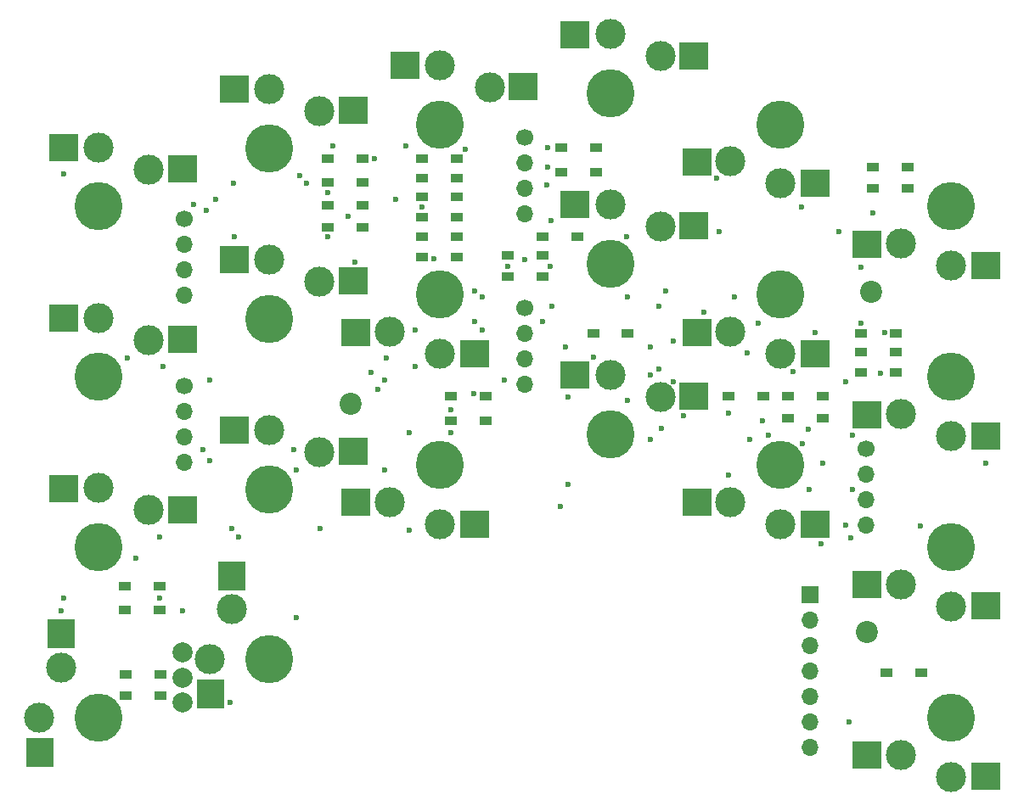
<source format=gbr>
G04 #@! TF.GenerationSoftware,KiCad,Pcbnew,9.0.0*
G04 #@! TF.CreationDate,2025-04-21T18:55:09+09:00*
G04 #@! TF.ProjectId,nofy_V2_R,6e6f6679-5f56-4325-9f52-2e6b69636164,rev?*
G04 #@! TF.SameCoordinates,Original*
G04 #@! TF.FileFunction,Soldermask,Bot*
G04 #@! TF.FilePolarity,Negative*
%FSLAX46Y46*%
G04 Gerber Fmt 4.6, Leading zero omitted, Abs format (unit mm)*
G04 Created by KiCad (PCBNEW 9.0.0) date 2025-04-21 18:55:09*
%MOMM*%
%LPD*%
G01*
G04 APERTURE LIST*
%ADD10R,1.200000X0.950000*%
%ADD11C,3.000000*%
%ADD12C,4.800000*%
%ADD13R,3.000000X2.800000*%
%ADD14R,2.850000X2.750000*%
%ADD15C,1.700000*%
%ADD16O,1.700000X1.700000*%
%ADD17C,2.200000*%
%ADD18R,1.700000X1.700000*%
%ADD19R,2.800000X3.000000*%
%ADD20R,2.750000X2.850000*%
%ADD21C,2.000000*%
%ADD22C,0.600000*%
G04 APERTURE END LIST*
D10*
X172400025Y-51650000D03*
X175850025Y-51650000D03*
X141850025Y-27900000D03*
X145300025Y-27900000D03*
X144753125Y-54050000D03*
X148203125Y-54050000D03*
D11*
X131600000Y-57200000D03*
D12*
X126600000Y-60900000D03*
D11*
X126600000Y-55000000D03*
D13*
X134950000Y-57150000D03*
D14*
X123125000Y-55025000D03*
D11*
X165600000Y-51700000D03*
D12*
X160600000Y-55400000D03*
D11*
X160600000Y-49500000D03*
D13*
X168950000Y-51650000D03*
D14*
X157125000Y-49525000D03*
D11*
X172600000Y-45200000D03*
D12*
X177600000Y-41500000D03*
D11*
X177600000Y-47400000D03*
D13*
X169250000Y-45250000D03*
D14*
X181075000Y-47375000D03*
D10*
X150400025Y-37550000D03*
X153850025Y-37550000D03*
D15*
X186100000Y-56900000D03*
D16*
X186100000Y-59440000D03*
X186100000Y-61980000D03*
X186100000Y-64520000D03*
D11*
X114600000Y-63000000D03*
D12*
X109600000Y-66700000D03*
D11*
X109600000Y-60800000D03*
D13*
X117950000Y-62950000D03*
D14*
X106125000Y-60825000D03*
D10*
X112200025Y-70550000D03*
X115650025Y-70550000D03*
D17*
X134700000Y-52400000D03*
D10*
X185650025Y-49250000D03*
X189100025Y-49250000D03*
D11*
X165600000Y-34700000D03*
D12*
X160600000Y-38400000D03*
D11*
X160600000Y-32500000D03*
D13*
X168950000Y-34650000D03*
D14*
X157125000Y-32525000D03*
D11*
X138600000Y-45200000D03*
D12*
X143600000Y-41500000D03*
D11*
X143600000Y-47400000D03*
D13*
X135250000Y-45250000D03*
D14*
X147075000Y-47375000D03*
D15*
X152100000Y-25800000D03*
D16*
X152100000Y-28340000D03*
X152100000Y-30880000D03*
X152100000Y-33420000D03*
D10*
X150400025Y-39700000D03*
X153850025Y-39700000D03*
D17*
X186200000Y-75200000D03*
D10*
X135899975Y-34750000D03*
X132449975Y-34750000D03*
D11*
X165600000Y-17700000D03*
D12*
X160600000Y-21400000D03*
D11*
X160600000Y-15500000D03*
D13*
X168950000Y-17650000D03*
D14*
X157125000Y-15525000D03*
D10*
X141850025Y-31750000D03*
X145300025Y-31750000D03*
X135899975Y-30250000D03*
X132449975Y-30250000D03*
X188200025Y-79250000D03*
X191650025Y-79250000D03*
X185649925Y-47250000D03*
X189099925Y-47250000D03*
X155750025Y-29250000D03*
X159200025Y-29250000D03*
D15*
X118100000Y-33905000D03*
D16*
X118100000Y-36445000D03*
X118100000Y-38985000D03*
X118100000Y-41525000D03*
D10*
X135900075Y-27900000D03*
X132450075Y-27900000D03*
X158926525Y-45400000D03*
X162376525Y-45400000D03*
D11*
X114600000Y-46000000D03*
D12*
X109600000Y-49700000D03*
D11*
X109600000Y-43800000D03*
D13*
X117950000Y-45950000D03*
D14*
X106125000Y-43825000D03*
D11*
X114600000Y-29000000D03*
D12*
X109600000Y-32700000D03*
D11*
X109600000Y-26800000D03*
D13*
X117950000Y-28950000D03*
D14*
X106125000Y-26825000D03*
D11*
X189600000Y-36400000D03*
D12*
X194600000Y-32700000D03*
D11*
X194600000Y-38600000D03*
D13*
X186250000Y-36450000D03*
D14*
X198075000Y-38575000D03*
D10*
X153850025Y-35700000D03*
X157300025Y-35700000D03*
X141850025Y-33750000D03*
X145300025Y-33750000D03*
D15*
X118100000Y-50600000D03*
D16*
X118100000Y-53140000D03*
X118100000Y-55680000D03*
X118100000Y-58220000D03*
D10*
X141850025Y-35700000D03*
X145300025Y-35700000D03*
X186800025Y-30850000D03*
X190250025Y-30850000D03*
D11*
X131600000Y-23175000D03*
D12*
X126600000Y-26875000D03*
D11*
X126600000Y-20975000D03*
D13*
X134950000Y-23125000D03*
D14*
X123125000Y-21000000D03*
D11*
X189600000Y-53400000D03*
D12*
X194600000Y-49700000D03*
D11*
X194600000Y-55600000D03*
D13*
X186250000Y-53450000D03*
D14*
X198075000Y-55575000D03*
D10*
X112300025Y-79400000D03*
X115750025Y-79400000D03*
D18*
X180500000Y-71440000D03*
D16*
X180500000Y-73980000D03*
X180500000Y-76520000D03*
X180500000Y-79060000D03*
X180500000Y-81600000D03*
X180500000Y-84140000D03*
X180500000Y-86680000D03*
D15*
X152100000Y-42860000D03*
D16*
X152100000Y-45400000D03*
X152100000Y-47940000D03*
X152100000Y-50480000D03*
D11*
X122900000Y-72900000D03*
D12*
X126600000Y-77900000D03*
D11*
X120700000Y-77900000D03*
D19*
X122850000Y-69550000D03*
D20*
X120725000Y-81375000D03*
D11*
X131600000Y-40200000D03*
D12*
X126600000Y-43900000D03*
D11*
X126600000Y-38000000D03*
D13*
X134950000Y-40150000D03*
D14*
X123125000Y-38025000D03*
D11*
X189600000Y-70400000D03*
D12*
X194600000Y-66700000D03*
D11*
X194600000Y-72600000D03*
D13*
X186250000Y-70450000D03*
D14*
X198075000Y-72575000D03*
D10*
X185650025Y-45400000D03*
X189100025Y-45400000D03*
D11*
X172600000Y-28200000D03*
D12*
X177600000Y-24500000D03*
D11*
X177600000Y-30400000D03*
D13*
X169250000Y-28250000D03*
D14*
X181075000Y-30375000D03*
D17*
X186600000Y-41200000D03*
D11*
X172600000Y-62200000D03*
D12*
X177600000Y-58500000D03*
D11*
X177600000Y-64400000D03*
D13*
X169250000Y-62250000D03*
D14*
X181075000Y-64375000D03*
D10*
X178350025Y-51650000D03*
X181800025Y-51650000D03*
X112200025Y-72950000D03*
X115650025Y-72950000D03*
X155750025Y-26850000D03*
X159200025Y-26850000D03*
X186800025Y-28750000D03*
X190250025Y-28750000D03*
X135899975Y-32600000D03*
X132449975Y-32600000D03*
D11*
X148600000Y-20800000D03*
D12*
X143600000Y-24500000D03*
D11*
X143600000Y-18600000D03*
D13*
X151950000Y-20750000D03*
D14*
X140125000Y-18625000D03*
D11*
X138600000Y-62200000D03*
D12*
X143600000Y-58500000D03*
D11*
X143600000Y-64400000D03*
D13*
X135250000Y-62250000D03*
D14*
X147075000Y-64375000D03*
D10*
X112300025Y-81500000D03*
X115750025Y-81500000D03*
D11*
X189600000Y-87400000D03*
D12*
X194600000Y-83700000D03*
D11*
X194600000Y-89600000D03*
D13*
X186250000Y-87450000D03*
D14*
X198075000Y-89575000D03*
D10*
X141850025Y-29850000D03*
X145300025Y-29850000D03*
X178350025Y-53850000D03*
X181800025Y-53850000D03*
X144753125Y-51600000D03*
X148203125Y-51600000D03*
D11*
X105900000Y-78700000D03*
D12*
X109600000Y-83700000D03*
D11*
X103700000Y-83700000D03*
D19*
X105850000Y-75350000D03*
D20*
X103725000Y-87175000D03*
D10*
X141850025Y-37700000D03*
X145300025Y-37700000D03*
D21*
X118000000Y-82200000D03*
X118000000Y-77200000D03*
X118000000Y-79700000D03*
D22*
X155651000Y-62673900D03*
X181655700Y-66324400D03*
X164648300Y-55943600D03*
X162317200Y-52083200D03*
X174531400Y-55943600D03*
X180359500Y-54933900D03*
X165720200Y-54881000D03*
X184811600Y-60944800D03*
X180471400Y-60944800D03*
X162215200Y-35698300D03*
X171509100Y-35211700D03*
X183399900Y-35211700D03*
X171254500Y-29857200D03*
X156450800Y-60398300D03*
X184443400Y-84140000D03*
X184638765Y-65803765D03*
X156450800Y-51688000D03*
X120008600Y-57001600D03*
X154304000Y-30523900D03*
X129100000Y-57001600D03*
X129665100Y-29572100D03*
X179701100Y-32759200D03*
X120691000Y-58100000D03*
X122731300Y-82200000D03*
X129306500Y-73713800D03*
X138103800Y-59032100D03*
X129306500Y-59032100D03*
X150019800Y-50020200D03*
X138103800Y-50020200D03*
X187997400Y-45251300D03*
X181023300Y-45251300D03*
X112464800Y-47834400D03*
X138259600Y-47834400D03*
X147011100Y-51359400D03*
X137427800Y-50910600D03*
X147075000Y-44187400D03*
X153850000Y-44187400D03*
X115650000Y-71800000D03*
X106100000Y-71750000D03*
X123125000Y-35750000D03*
X132450000Y-35748600D03*
X123589300Y-65653300D03*
X115650000Y-65653300D03*
X132950000Y-26657000D03*
X140196700Y-26657000D03*
X164648300Y-46702000D03*
X156130900Y-46702000D03*
X164648300Y-49535900D03*
X187583300Y-49369700D03*
X123050000Y-30350000D03*
X130330100Y-30350000D03*
X132450000Y-31300000D03*
X106125000Y-29425900D03*
X181800000Y-58288300D03*
X198075000Y-58288300D03*
X186800000Y-33366400D03*
X154744700Y-34141700D03*
X147862300Y-41757300D03*
X141148000Y-45032500D03*
X141148000Y-48646400D03*
X185650000Y-44359600D03*
X175341100Y-44359600D03*
X116005700Y-48646400D03*
X173025800Y-41755000D03*
X162376500Y-41755000D03*
X147862300Y-45032500D03*
X175829015Y-54108885D03*
X140546300Y-55281400D03*
X140546300Y-65004800D03*
X113273100Y-67790400D03*
X144753100Y-52950000D03*
X144753100Y-55281400D03*
X137100000Y-27900000D03*
X154412600Y-26850000D03*
X146193200Y-26962600D03*
X147076600Y-41135100D03*
X166922700Y-50173100D03*
X166147500Y-41135100D03*
X184123700Y-64520000D03*
X191522700Y-64550000D03*
X184123700Y-50173100D03*
X120356500Y-33052400D03*
X141850000Y-32751500D03*
X105850000Y-73041500D03*
X154382700Y-28750000D03*
X121235200Y-31955100D03*
X117950000Y-73041500D03*
X179757800Y-56349200D03*
X150400000Y-38679400D03*
X154644500Y-38679400D03*
X165497900Y-42679500D03*
X154773000Y-42679500D03*
X135166300Y-38230300D03*
X178879700Y-49140800D03*
X165497900Y-48904500D03*
X122850000Y-64828700D03*
X131658200Y-64828700D03*
X158926500Y-47772400D03*
X136751700Y-49248600D03*
X120671800Y-50020200D03*
X136751700Y-49248600D03*
X184734200Y-55535600D03*
X176407200Y-55535600D03*
X174279700Y-47303700D03*
X167913400Y-53564600D03*
X172400000Y-59530300D03*
X172400000Y-53284900D03*
X166948900Y-46113800D03*
X169963400Y-43214200D03*
X139200000Y-32000000D03*
X143066085Y-37931485D03*
X152100000Y-37958800D03*
X119050000Y-32500000D03*
X134500000Y-33700000D03*
X185642000Y-38752100D03*
M02*

</source>
